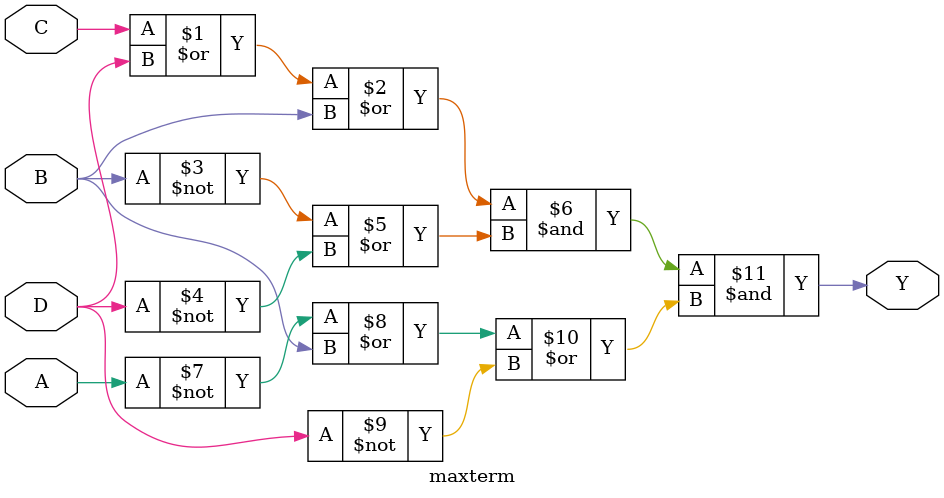
<source format=v>
module maxterm (
    input A, B, C, D,
    output Y
);

assign Y = (C|D|B)&(~B|~D)&(~A|B|~D);// Enter your equation here

endmodule

</source>
